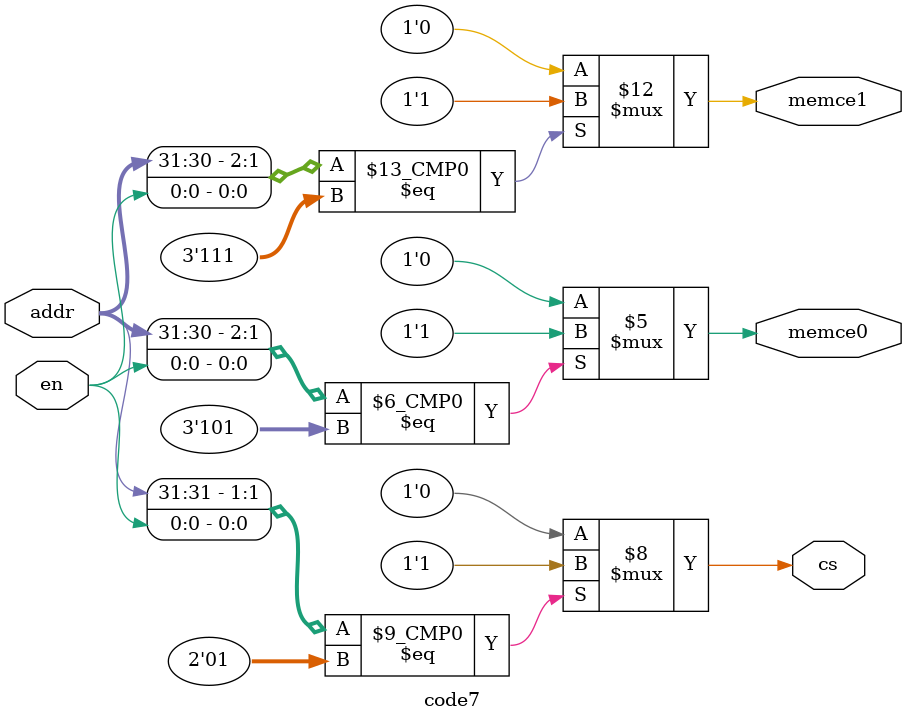
<source format=v>
module code7 (memce0, memce1, cs, en, addr);
    output memce0, memce1, cs;
    input en;
    input [31:30] addr;
    reg memce0, memce1, cs;
    always @(addr or en) begin
        {memce0, memce1, cs} = 3'b0;
        casez ({addr, en})
        3'b101: memce0 = 1'b1;
        3'b111: memce1 = 1'b1;
        3'b0?1: cs = 1'b1;
    endcase
    end
endmodule

</source>
